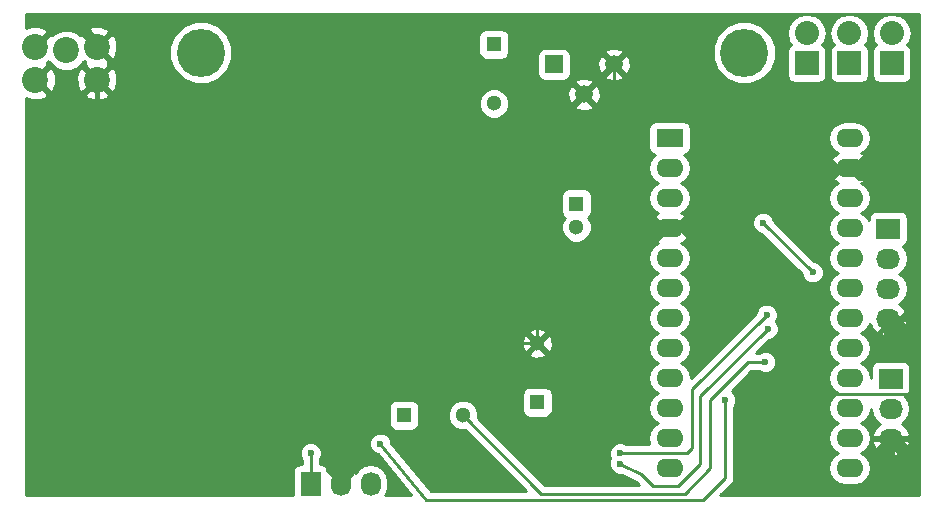
<source format=gbl>
G04 #@! TF.FileFunction,Copper,L2,Bot,Signal*
%FSLAX46Y46*%
G04 Gerber Fmt 4.6, Leading zero omitted, Abs format (unit mm)*
G04 Created by KiCad (PCBNEW 4.0.1-stable) date Söndag 13 Mars 2016 12:17:34*
%MOMM*%
G01*
G04 APERTURE LIST*
%ADD10C,0.100000*%
%ADD11C,4.064000*%
%ADD12R,1.300000X1.300000*%
%ADD13C,1.300000*%
%ADD14R,2.032000X2.032000*%
%ADD15O,2.032000X2.032000*%
%ADD16C,2.200000*%
%ADD17R,1.727200X2.032000*%
%ADD18O,1.727200X2.032000*%
%ADD19C,1.510000*%
%ADD20R,1.510000X1.510000*%
%ADD21R,2.286000X1.574800*%
%ADD22O,2.286000X1.574800*%
%ADD23R,2.032000X1.727200*%
%ADD24O,2.032000X1.727200*%
%ADD25C,0.600000*%
%ADD26C,0.250000*%
%ADD27C,0.400000*%
%ADD28C,0.254000*%
G04 APERTURE END LIST*
D10*
D11*
X108900000Y-97600000D03*
D12*
X126100000Y-128300000D03*
D13*
X131100000Y-128300000D03*
D12*
X140700000Y-110400000D03*
D13*
X140700000Y-112400000D03*
D12*
X137400000Y-127200000D03*
D13*
X137400000Y-122200000D03*
D14*
X160200000Y-98500000D03*
D15*
X160200000Y-95960000D03*
D14*
X163800000Y-98500000D03*
D15*
X163800000Y-95960000D03*
D14*
X167400000Y-98500000D03*
D15*
X167400000Y-95960000D03*
D16*
X97500000Y-97400000D03*
X94900000Y-99900000D03*
X100100000Y-99900000D03*
X100100000Y-97100000D03*
X94900000Y-97100000D03*
D17*
X118200000Y-134100000D03*
D18*
X120740000Y-134100000D03*
X123280000Y-134100000D03*
D19*
X143880000Y-98600000D03*
D20*
X138800000Y-98600000D03*
D19*
X141340000Y-101140000D03*
D21*
X148590000Y-104830000D03*
D22*
X148590000Y-107370000D03*
X148590000Y-109910000D03*
X148590000Y-112450000D03*
X148590000Y-114990000D03*
X148590000Y-117530000D03*
X148590000Y-120070000D03*
X148590000Y-122610000D03*
X148590000Y-125150000D03*
X148590000Y-127690000D03*
X148590000Y-130230000D03*
X148590000Y-132770000D03*
X163830000Y-132770000D03*
X163830000Y-130230000D03*
X163830000Y-127690000D03*
X163830000Y-125150000D03*
X163830000Y-122610000D03*
X163830000Y-120070000D03*
X163830000Y-117530000D03*
X163830000Y-114990000D03*
X163830000Y-112450000D03*
X163830000Y-109910000D03*
X163830000Y-107370000D03*
X163830000Y-104830000D03*
D12*
X133700000Y-96900000D03*
D13*
X133700000Y-101900000D03*
D23*
X167300000Y-125200000D03*
D24*
X167300000Y-127740000D03*
X167300000Y-130280000D03*
D23*
X167100000Y-112500000D03*
D24*
X167100000Y-115040000D03*
X167100000Y-117580000D03*
X167100000Y-120120000D03*
D11*
X154900000Y-97600000D03*
D25*
X156700000Y-123800000D03*
X160200000Y-110100000D03*
X102000000Y-116200000D03*
X99500000Y-114700000D03*
X97000000Y-116200000D03*
X99500000Y-110100000D03*
X97000000Y-111600000D03*
X102000000Y-111600000D03*
X99500000Y-113100000D03*
X99500000Y-117700000D03*
X103400000Y-127100000D03*
X110200000Y-130200000D03*
X117900000Y-126800000D03*
X122200000Y-128500000D03*
X144600000Y-117900000D03*
X161000000Y-126600000D03*
X156900000Y-108600000D03*
X118200000Y-131500000D03*
X144400000Y-131500000D03*
X156800000Y-119800000D03*
X160700000Y-116200000D03*
X156500000Y-112000000D03*
X124100000Y-130700000D03*
X153300000Y-127000000D03*
X156900000Y-121000000D03*
X144400000Y-132400000D03*
D26*
X152000000Y-128500000D02*
X152000000Y-127000000D01*
X152000000Y-128500000D02*
X152000000Y-132800000D01*
X152000000Y-132800000D02*
X149900000Y-134958011D01*
X149900000Y-134958011D02*
X137700000Y-134958011D01*
X131100000Y-128300000D02*
X137700000Y-134958011D01*
X155200000Y-123800000D02*
X156700000Y-123800000D01*
X152000000Y-127000000D02*
X155200000Y-123800000D01*
D27*
X167300000Y-130280000D02*
X167480000Y-130280000D01*
X167480000Y-130280000D02*
X168400000Y-131200000D01*
X167300000Y-130280000D02*
X167880000Y-130280000D01*
X167880000Y-130280000D02*
X168700000Y-131100000D01*
X167300000Y-130280000D02*
X167300000Y-131200000D01*
X167300000Y-131200000D02*
X167000000Y-131500000D01*
X167300000Y-130280000D02*
X167300000Y-130700000D01*
X167300000Y-130700000D02*
X167900000Y-131300000D01*
X167300000Y-130700000D02*
X167900000Y-131300000D01*
X167300000Y-130280000D02*
X167300000Y-130400000D01*
X167300000Y-130400000D02*
X168300000Y-131400000D01*
X167300000Y-130280000D02*
X167300000Y-131300000D01*
X167300000Y-131300000D02*
X167400000Y-131400000D01*
X167300000Y-130280000D02*
X167300000Y-130500000D01*
X167300000Y-130500000D02*
X166500000Y-131300000D01*
X167300000Y-130280000D02*
X167120000Y-130280000D01*
X167120000Y-130280000D02*
X166200000Y-131200000D01*
X167300000Y-130280000D02*
X167300000Y-130800000D01*
X167300000Y-130800000D02*
X166700000Y-131400000D01*
X167100000Y-120120000D02*
X167100000Y-120800000D01*
X167100000Y-120800000D02*
X168100000Y-121800000D01*
X167100000Y-121000000D02*
X167100000Y-121100000D01*
X167100000Y-121100000D02*
X167700000Y-121700000D01*
X167100000Y-120120000D02*
X167100000Y-121000000D01*
X166900000Y-121400000D02*
X167100000Y-121400000D01*
X166900000Y-121200000D02*
X166900000Y-121400000D01*
X166800000Y-121100000D02*
X166900000Y-121200000D01*
X167000000Y-121100000D02*
X166800000Y-121100000D01*
X167100000Y-121000000D02*
X167000000Y-121100000D01*
X167100000Y-121400000D02*
X167100000Y-121500000D01*
X167100000Y-121500000D02*
X166800000Y-121800000D01*
X167100000Y-120120000D02*
X167420000Y-120120000D01*
X167420000Y-120120000D02*
X168300000Y-121000000D01*
X167100000Y-120120000D02*
X167820000Y-120120000D01*
X167820000Y-120120000D02*
X168700000Y-121000000D01*
X167100000Y-120120000D02*
X167100000Y-120500000D01*
X167100000Y-120500000D02*
X168100000Y-121500000D01*
X167100000Y-120500000D02*
X166200000Y-121400000D01*
X163830000Y-107370000D02*
X164130000Y-107370000D01*
X164130000Y-107370000D02*
X165200000Y-106300000D01*
X163830000Y-107370000D02*
X165270000Y-107370000D01*
X165270000Y-107370000D02*
X165500000Y-107600000D01*
X163830000Y-107370000D02*
X165030000Y-107370000D01*
X165030000Y-107370000D02*
X165500000Y-106900000D01*
X163830000Y-107370000D02*
X164530000Y-107370000D01*
X164530000Y-107370000D02*
X165300000Y-106600000D01*
X163830000Y-107370000D02*
X164270000Y-107370000D01*
X164270000Y-107370000D02*
X165100000Y-108200000D01*
X165100000Y-108200000D02*
X165100000Y-108100000D01*
X165100000Y-108100000D02*
X165100000Y-108200000D01*
X163830000Y-107370000D02*
X164770000Y-107370000D01*
X164770000Y-107370000D02*
X165300000Y-107900000D01*
X163830000Y-107370000D02*
X164660000Y-108200000D01*
X164660000Y-108200000D02*
X165100000Y-108200000D01*
X165100000Y-108200000D02*
X165600000Y-108200000D01*
X163830000Y-107370000D02*
X162630000Y-107370000D01*
X162630000Y-107370000D02*
X162200000Y-107800000D01*
X163830000Y-107370000D02*
X162370000Y-107370000D01*
X162370000Y-107370000D02*
X162100000Y-107100000D01*
X163830000Y-107370000D02*
X162330000Y-107370000D01*
X162330000Y-107370000D02*
X162200000Y-107500000D01*
X163830000Y-107370000D02*
X163130000Y-107370000D01*
X163130000Y-107370000D02*
X162300000Y-108200000D01*
X163830000Y-107370000D02*
X162870000Y-107370000D01*
X162870000Y-107370000D02*
X162100000Y-106600000D01*
X148590000Y-112450000D02*
X148150000Y-112450000D01*
X148150000Y-112450000D02*
X147300000Y-111600000D01*
X148150000Y-112450000D02*
X147300000Y-111600000D01*
X147300000Y-111600000D02*
X146900000Y-111200000D01*
X148590000Y-112450000D02*
X147650000Y-112450000D01*
X147650000Y-112450000D02*
X147000000Y-111800000D01*
X147650000Y-112450000D02*
X146800000Y-113300000D01*
X148590000Y-112450000D02*
X148350000Y-112450000D01*
X148350000Y-112450000D02*
X147400000Y-113400000D01*
X148590000Y-112450000D02*
X148050000Y-112450000D01*
X148050000Y-112450000D02*
X146900000Y-113600000D01*
X148590000Y-112450000D02*
X147250000Y-112450000D01*
X147250000Y-112450000D02*
X146600000Y-111800000D01*
X150100000Y-112000000D02*
X149040000Y-112000000D01*
X149040000Y-112000000D02*
X148590000Y-112450000D01*
X148590000Y-112450000D02*
X149650000Y-112450000D01*
X149650000Y-112450000D02*
X150100000Y-112000000D01*
X149650000Y-112450000D02*
X150100000Y-112000000D01*
X148590000Y-112450000D02*
X149950000Y-112450000D01*
X149950000Y-112450000D02*
X150300000Y-112800000D01*
X148590000Y-112450000D02*
X149450000Y-112450000D01*
X149450000Y-112450000D02*
X150500000Y-113500000D01*
X148590000Y-112450000D02*
X149050000Y-112450000D01*
X149050000Y-112450000D02*
X150000000Y-111500000D01*
X120740000Y-134100000D02*
X120740000Y-133940000D01*
X120740000Y-133940000D02*
X119700000Y-132900000D01*
X120950000Y-133050000D02*
X120900000Y-133000000D01*
X120900000Y-133000000D02*
X120900000Y-132400000D01*
X120900000Y-132400000D02*
X121600000Y-133100000D01*
X121600000Y-133100000D02*
X121600000Y-133240000D01*
X121600000Y-133240000D02*
X120740000Y-134100000D01*
X120500000Y-132800000D02*
X120500000Y-132500000D01*
X120500000Y-132500000D02*
X120240000Y-132240000D01*
X121000000Y-132400000D02*
X120900000Y-132400000D01*
X120900000Y-132400000D02*
X120500000Y-132800000D01*
X120500000Y-132800000D02*
X120400000Y-132900000D01*
X121600000Y-132800000D02*
X121400000Y-132800000D01*
X121400000Y-132800000D02*
X121000000Y-132400000D01*
X121000000Y-132400000D02*
X120740000Y-132140000D01*
X120740000Y-134100000D02*
X120740000Y-133660000D01*
X120740000Y-133660000D02*
X121600000Y-132800000D01*
X121600000Y-132800000D02*
X121600000Y-133000000D01*
X121500000Y-132500000D02*
X120950000Y-133050000D01*
X120950000Y-133050000D02*
X120740000Y-133260000D01*
X120740000Y-133260000D02*
X120740000Y-133160000D01*
X120740000Y-133160000D02*
X120900000Y-133000000D01*
X120900000Y-133000000D02*
X120740000Y-133000000D01*
X120240000Y-132240000D02*
X120240000Y-132740000D01*
X120240000Y-132740000D02*
X120400000Y-132900000D01*
X120400000Y-132900000D02*
X120740000Y-133240000D01*
X120740000Y-133240000D02*
X120740000Y-134100000D01*
X119700000Y-132600000D02*
X119880000Y-132600000D01*
X119880000Y-132600000D02*
X120240000Y-132240000D01*
X120740000Y-133640000D02*
X119700000Y-132600000D01*
X120240000Y-132240000D02*
X120740000Y-131740000D01*
X120740000Y-134100000D02*
X120740000Y-133640000D01*
X122100000Y-132500000D02*
X121500000Y-132500000D01*
X121500000Y-132500000D02*
X120740000Y-131740000D01*
X120740000Y-133860000D02*
X121600000Y-133000000D01*
X121600000Y-133000000D02*
X122100000Y-132500000D01*
X120740000Y-134100000D02*
X120740000Y-133860000D01*
X120740000Y-134100000D02*
X120740000Y-133000000D01*
X120740000Y-133000000D02*
X120740000Y-132140000D01*
X120740000Y-132140000D02*
X120740000Y-131740000D01*
X120740000Y-131740000D02*
X120740000Y-129640000D01*
D26*
X137400000Y-122200000D02*
X137400000Y-117100000D01*
X138900000Y-115600000D02*
X145440000Y-115600000D01*
X137400000Y-117100000D02*
X138900000Y-115600000D01*
X160200000Y-110100000D02*
X162030000Y-107370000D01*
X162030000Y-107370000D02*
X163830000Y-107370000D01*
X122200000Y-128500000D02*
X122200000Y-128200000D01*
X128200000Y-122200000D02*
X137400000Y-122200000D01*
X122200000Y-128200000D02*
X128200000Y-122200000D01*
D27*
X100100000Y-97100000D02*
X100100000Y-96500000D01*
X100100000Y-96500000D02*
X98800000Y-95200000D01*
X96800000Y-95200000D02*
X94900000Y-97100000D01*
X98800000Y-95200000D02*
X96800000Y-95200000D01*
X100100000Y-99900000D02*
X100100000Y-109500000D01*
X100100000Y-109500000D02*
X99500000Y-110100000D01*
X102000000Y-116200000D02*
X101900000Y-116200000D01*
X97000000Y-116200000D02*
X98600000Y-114500000D01*
X98600000Y-114500000D02*
X99500000Y-114500000D01*
X98600000Y-110100000D02*
X99500000Y-110100000D01*
X97000000Y-111600000D02*
X98600000Y-110100000D01*
X102000000Y-111600000D02*
X99500000Y-114100000D01*
X99500000Y-113100000D02*
X99500000Y-113200000D01*
X99500000Y-113200000D02*
X99600000Y-113200000D01*
X99600000Y-113200000D02*
X99500000Y-113200000D01*
X99500000Y-114100000D02*
X99500000Y-114500000D01*
X99500000Y-113200000D02*
X99500000Y-114100000D01*
X100800000Y-116200000D02*
X101900000Y-116200000D01*
X99500000Y-117700000D02*
X100800000Y-116200000D01*
X102000000Y-116800000D02*
X102000000Y-117000000D01*
X101900000Y-116900000D02*
X102000000Y-116800000D01*
X101900000Y-116200000D02*
X101900000Y-116900000D01*
X103400000Y-118400000D02*
X103400000Y-127100000D01*
X102000000Y-117000000D02*
X103400000Y-118400000D01*
D26*
X106500000Y-130200000D02*
X110200000Y-130200000D01*
X103400000Y-127100000D02*
X106500000Y-130200000D01*
X113600000Y-126800000D02*
X117900000Y-126800000D01*
X110200000Y-130200000D02*
X113600000Y-126800000D01*
X120740000Y-129640000D02*
X120740000Y-130260000D01*
X117900000Y-126800000D02*
X120740000Y-129640000D01*
X120740000Y-130260000D02*
X120740000Y-134100000D01*
X122200000Y-128500000D02*
X120740000Y-130260000D01*
X144600000Y-117900000D02*
X145440000Y-117060000D01*
X145440000Y-117060000D02*
X145440000Y-115600000D01*
X148590000Y-112450000D02*
X147050000Y-112450000D01*
X143880000Y-109280000D02*
X143880000Y-98600000D01*
X147050000Y-112450000D02*
X143880000Y-109280000D01*
X145440000Y-115600000D02*
X148590000Y-112450000D01*
X161000000Y-126600000D02*
X161100000Y-126500000D01*
X161100000Y-126500000D02*
X169500000Y-126500000D01*
X167100000Y-120120000D02*
X167980000Y-120120000D01*
X167980000Y-120120000D02*
X169500000Y-118600000D01*
X167770000Y-107370000D02*
X163830000Y-107370000D01*
X169500000Y-109100000D02*
X167770000Y-107370000D01*
X169500000Y-118600000D02*
X169500000Y-109100000D01*
X167300000Y-130280000D02*
X168820000Y-130280000D01*
X169500000Y-122520000D02*
X167100000Y-120120000D01*
X169500000Y-129600000D02*
X169500000Y-126500000D01*
X169500000Y-126500000D02*
X169500000Y-122520000D01*
X168820000Y-130280000D02*
X169500000Y-129600000D01*
X153050000Y-112450000D02*
X148590000Y-112450000D01*
X156900000Y-108600000D02*
X153050000Y-112450000D01*
X118200000Y-134100000D02*
X118200000Y-131500000D01*
X149700000Y-131500000D02*
X150100000Y-131500000D01*
X150100000Y-131500000D02*
X150500000Y-131100000D01*
X150500000Y-126100000D02*
X150500000Y-131100000D01*
X149700000Y-131500000D02*
X144500000Y-131500000D01*
X144500000Y-131500000D02*
X144400000Y-131500000D01*
X150500000Y-126300000D02*
X150500000Y-126100000D01*
X150500000Y-126100000D02*
X156800000Y-119800000D01*
X160700000Y-116200000D02*
X156500000Y-112000000D01*
X128000000Y-135500000D02*
X124100000Y-130700000D01*
X151400000Y-135500000D02*
X128000000Y-135500000D01*
X153300000Y-133600000D02*
X151400000Y-135500000D01*
X153300000Y-127000000D02*
X153300000Y-133600000D01*
X156900000Y-121000000D02*
X151200000Y-126700000D01*
X151200000Y-126700000D02*
X151200000Y-132400000D01*
X151200000Y-132400000D02*
X149300000Y-134300000D01*
X149300000Y-134300000D02*
X147200000Y-134300000D01*
X147200000Y-134300000D02*
X146200000Y-133300000D01*
X146200000Y-133300000D02*
X144400000Y-132400000D01*
D28*
G36*
X159535845Y-94434675D02*
X159000222Y-94792567D01*
X158642330Y-95328190D01*
X158516655Y-95960000D01*
X158642330Y-96591810D01*
X158869499Y-96931792D01*
X158732559Y-97019910D01*
X158587569Y-97232110D01*
X158536560Y-97484000D01*
X158536560Y-99516000D01*
X158580838Y-99751317D01*
X158719910Y-99967441D01*
X158932110Y-100112431D01*
X159184000Y-100163440D01*
X161216000Y-100163440D01*
X161451317Y-100119162D01*
X161667441Y-99980090D01*
X161812431Y-99767890D01*
X161863440Y-99516000D01*
X161863440Y-97484000D01*
X161819162Y-97248683D01*
X161680090Y-97032559D01*
X161531163Y-96930802D01*
X161757670Y-96591810D01*
X161883345Y-95960000D01*
X161757670Y-95328190D01*
X161399778Y-94792567D01*
X160864155Y-94434675D01*
X160237372Y-94310000D01*
X163762628Y-94310000D01*
X163135845Y-94434675D01*
X162600222Y-94792567D01*
X162242330Y-95328190D01*
X162116655Y-95960000D01*
X162242330Y-96591810D01*
X162469499Y-96931792D01*
X162332559Y-97019910D01*
X162187569Y-97232110D01*
X162136560Y-97484000D01*
X162136560Y-99516000D01*
X162180838Y-99751317D01*
X162319910Y-99967441D01*
X162532110Y-100112431D01*
X162784000Y-100163440D01*
X164816000Y-100163440D01*
X165051317Y-100119162D01*
X165267441Y-99980090D01*
X165412431Y-99767890D01*
X165463440Y-99516000D01*
X165463440Y-97484000D01*
X165419162Y-97248683D01*
X165280090Y-97032559D01*
X165131163Y-96930802D01*
X165357670Y-96591810D01*
X165483345Y-95960000D01*
X165357670Y-95328190D01*
X164999778Y-94792567D01*
X164464155Y-94434675D01*
X163837372Y-94310000D01*
X167362628Y-94310000D01*
X166735845Y-94434675D01*
X166200222Y-94792567D01*
X165842330Y-95328190D01*
X165716655Y-95960000D01*
X165842330Y-96591810D01*
X166069499Y-96931792D01*
X165932559Y-97019910D01*
X165787569Y-97232110D01*
X165736560Y-97484000D01*
X165736560Y-99516000D01*
X165780838Y-99751317D01*
X165919910Y-99967441D01*
X166132110Y-100112431D01*
X166384000Y-100163440D01*
X168416000Y-100163440D01*
X168651317Y-100119162D01*
X168867441Y-99980090D01*
X169012431Y-99767890D01*
X169063440Y-99516000D01*
X169063440Y-97484000D01*
X169019162Y-97248683D01*
X168880090Y-97032559D01*
X168731163Y-96930802D01*
X168957670Y-96591810D01*
X169083345Y-95960000D01*
X168957670Y-95328190D01*
X168599778Y-94792567D01*
X168064155Y-94434675D01*
X167437372Y-94310000D01*
X169690000Y-94310000D01*
X169690000Y-135090000D01*
X152884802Y-135090000D01*
X153837401Y-134137401D01*
X154002148Y-133890839D01*
X154060000Y-133600000D01*
X154060000Y-127562463D01*
X154092192Y-127530327D01*
X154234838Y-127186799D01*
X154235162Y-126814833D01*
X154093117Y-126471057D01*
X153848645Y-126226157D01*
X155514802Y-124560000D01*
X156137537Y-124560000D01*
X156169673Y-124592192D01*
X156513201Y-124734838D01*
X156885167Y-124735162D01*
X157228943Y-124593117D01*
X157492192Y-124330327D01*
X157634838Y-123986799D01*
X157635162Y-123614833D01*
X157493117Y-123271057D01*
X157230327Y-123007808D01*
X156886799Y-122865162D01*
X156514833Y-122864838D01*
X156171057Y-123006883D01*
X156137882Y-123040000D01*
X155934802Y-123040000D01*
X157039680Y-121935122D01*
X157085167Y-121935162D01*
X157428943Y-121793117D01*
X157692192Y-121530327D01*
X157834838Y-121186799D01*
X157835162Y-120814833D01*
X157693117Y-120471057D01*
X157572378Y-120350107D01*
X157592192Y-120330327D01*
X157734838Y-119986799D01*
X157735162Y-119614833D01*
X157593117Y-119271057D01*
X157330327Y-119007808D01*
X156986799Y-118865162D01*
X156614833Y-118864838D01*
X156271057Y-119006883D01*
X156007808Y-119269673D01*
X155865162Y-119613201D01*
X155865121Y-119660077D01*
X150398248Y-125126950D01*
X150294559Y-124605671D01*
X149986222Y-124144211D01*
X149590801Y-123880000D01*
X149986222Y-123615789D01*
X150294559Y-123154329D01*
X150402833Y-122610000D01*
X150294559Y-122065671D01*
X149986222Y-121604211D01*
X149590801Y-121340000D01*
X149986222Y-121075789D01*
X150294559Y-120614329D01*
X150402833Y-120070000D01*
X150294559Y-119525671D01*
X149986222Y-119064211D01*
X149590801Y-118800000D01*
X149986222Y-118535789D01*
X150294559Y-118074329D01*
X150402833Y-117530000D01*
X150294559Y-116985671D01*
X149986222Y-116524211D01*
X149590801Y-116260000D01*
X149986222Y-115995789D01*
X150294559Y-115534329D01*
X150402833Y-114990000D01*
X150294559Y-114445671D01*
X149986222Y-113984211D01*
X149591170Y-113720246D01*
X149607262Y-113715525D01*
X150041191Y-113365986D01*
X150308327Y-112876996D01*
X150325010Y-112797060D01*
X150202852Y-112577000D01*
X148717000Y-112577000D01*
X148717000Y-112597000D01*
X148463000Y-112597000D01*
X148463000Y-112577000D01*
X146977148Y-112577000D01*
X146854990Y-112797060D01*
X146871673Y-112876996D01*
X147138809Y-113365986D01*
X147572738Y-113715525D01*
X147588830Y-113720246D01*
X147193778Y-113984211D01*
X146885441Y-114445671D01*
X146777167Y-114990000D01*
X146885441Y-115534329D01*
X147193778Y-115995789D01*
X147589199Y-116260000D01*
X147193778Y-116524211D01*
X146885441Y-116985671D01*
X146777167Y-117530000D01*
X146885441Y-118074329D01*
X147193778Y-118535789D01*
X147589199Y-118800000D01*
X147193778Y-119064211D01*
X146885441Y-119525671D01*
X146777167Y-120070000D01*
X146885441Y-120614329D01*
X147193778Y-121075789D01*
X147589199Y-121340000D01*
X147193778Y-121604211D01*
X146885441Y-122065671D01*
X146777167Y-122610000D01*
X146885441Y-123154329D01*
X147193778Y-123615789D01*
X147589199Y-123880000D01*
X147193778Y-124144211D01*
X146885441Y-124605671D01*
X146777167Y-125150000D01*
X146885441Y-125694329D01*
X147193778Y-126155789D01*
X147589199Y-126420000D01*
X147193778Y-126684211D01*
X146885441Y-127145671D01*
X146777167Y-127690000D01*
X146885441Y-128234329D01*
X147193778Y-128695789D01*
X147589199Y-128960000D01*
X147193778Y-129224211D01*
X146885441Y-129685671D01*
X146777167Y-130230000D01*
X146878613Y-130740000D01*
X144962463Y-130740000D01*
X144930327Y-130707808D01*
X144586799Y-130565162D01*
X144214833Y-130564838D01*
X143871057Y-130706883D01*
X143607808Y-130969673D01*
X143465162Y-131313201D01*
X143464838Y-131685167D01*
X143574359Y-131950228D01*
X143465162Y-132213201D01*
X143464838Y-132585167D01*
X143606883Y-132928943D01*
X143869673Y-133192192D01*
X144213201Y-133334838D01*
X144570887Y-133335150D01*
X145749808Y-133924610D01*
X146023209Y-134198011D01*
X138016752Y-134198011D01*
X132384812Y-128516569D01*
X132385223Y-128045519D01*
X132190005Y-127573057D01*
X131828845Y-127211265D01*
X131356724Y-127015223D01*
X130845519Y-127014777D01*
X130373057Y-127209995D01*
X130011265Y-127571155D01*
X129815223Y-128043276D01*
X129814777Y-128554481D01*
X130009995Y-129026943D01*
X130371155Y-129388735D01*
X130843276Y-129584777D01*
X131303851Y-129585179D01*
X136413758Y-134740000D01*
X128361737Y-134740000D01*
X125035048Y-130645613D01*
X125035162Y-130514833D01*
X124893117Y-130171057D01*
X124630327Y-129907808D01*
X124286799Y-129765162D01*
X123914833Y-129764838D01*
X123571057Y-129906883D01*
X123307808Y-130169673D01*
X123165162Y-130513201D01*
X123164838Y-130885167D01*
X123306883Y-131228943D01*
X123569673Y-131492192D01*
X123863576Y-131614232D01*
X126687637Y-135090000D01*
X124509665Y-135090000D01*
X124664526Y-134858234D01*
X124778600Y-134284745D01*
X124778600Y-133915255D01*
X124664526Y-133341766D01*
X124339670Y-132855585D01*
X123853489Y-132530729D01*
X123280000Y-132416655D01*
X122706511Y-132530729D01*
X122220330Y-132855585D01*
X122013539Y-133165069D01*
X121642036Y-132749268D01*
X121114791Y-132495291D01*
X121099026Y-132492642D01*
X120867000Y-132613783D01*
X120867000Y-133973000D01*
X120887000Y-133973000D01*
X120887000Y-134227000D01*
X120867000Y-134227000D01*
X120867000Y-134247000D01*
X120613000Y-134247000D01*
X120613000Y-134227000D01*
X120593000Y-134227000D01*
X120593000Y-133973000D01*
X120613000Y-133973000D01*
X120613000Y-132613783D01*
X120380974Y-132492642D01*
X120365209Y-132495291D01*
X119837964Y-132749268D01*
X119681093Y-132924845D01*
X119666762Y-132848683D01*
X119527690Y-132632559D01*
X119315490Y-132487569D01*
X119063600Y-132436560D01*
X118960000Y-132436560D01*
X118960000Y-132062463D01*
X118992192Y-132030327D01*
X119134838Y-131686799D01*
X119135162Y-131314833D01*
X118993117Y-130971057D01*
X118730327Y-130707808D01*
X118386799Y-130565162D01*
X118014833Y-130564838D01*
X117671057Y-130706883D01*
X117407808Y-130969673D01*
X117265162Y-131313201D01*
X117264838Y-131685167D01*
X117406883Y-132028943D01*
X117440000Y-132062118D01*
X117440000Y-132436560D01*
X117336400Y-132436560D01*
X117101083Y-132480838D01*
X116884959Y-132619910D01*
X116739969Y-132832110D01*
X116688960Y-133084000D01*
X116688960Y-135090000D01*
X94110000Y-135090000D01*
X94110000Y-127650000D01*
X124802560Y-127650000D01*
X124802560Y-128950000D01*
X124846838Y-129185317D01*
X124985910Y-129401441D01*
X125198110Y-129546431D01*
X125450000Y-129597440D01*
X126750000Y-129597440D01*
X126985317Y-129553162D01*
X127201441Y-129414090D01*
X127346431Y-129201890D01*
X127397440Y-128950000D01*
X127397440Y-127650000D01*
X127353162Y-127414683D01*
X127214090Y-127198559D01*
X127001890Y-127053569D01*
X126750000Y-127002560D01*
X125450000Y-127002560D01*
X125214683Y-127046838D01*
X124998559Y-127185910D01*
X124853569Y-127398110D01*
X124802560Y-127650000D01*
X94110000Y-127650000D01*
X94110000Y-126550000D01*
X136102560Y-126550000D01*
X136102560Y-127850000D01*
X136146838Y-128085317D01*
X136285910Y-128301441D01*
X136498110Y-128446431D01*
X136750000Y-128497440D01*
X138050000Y-128497440D01*
X138285317Y-128453162D01*
X138501441Y-128314090D01*
X138646431Y-128101890D01*
X138697440Y-127850000D01*
X138697440Y-126550000D01*
X138653162Y-126314683D01*
X138514090Y-126098559D01*
X138301890Y-125953569D01*
X138050000Y-125902560D01*
X136750000Y-125902560D01*
X136514683Y-125946838D01*
X136298559Y-126085910D01*
X136153569Y-126298110D01*
X136102560Y-126550000D01*
X94110000Y-126550000D01*
X94110000Y-123099016D01*
X136680590Y-123099016D01*
X136736271Y-123329611D01*
X137219078Y-123497622D01*
X137729428Y-123468083D01*
X138063729Y-123329611D01*
X138119410Y-123099016D01*
X137400000Y-122379605D01*
X136680590Y-123099016D01*
X94110000Y-123099016D01*
X94110000Y-122019078D01*
X136102378Y-122019078D01*
X136131917Y-122529428D01*
X136270389Y-122863729D01*
X136500984Y-122919410D01*
X137220395Y-122200000D01*
X137579605Y-122200000D01*
X138299016Y-122919410D01*
X138529611Y-122863729D01*
X138697622Y-122380922D01*
X138668083Y-121870572D01*
X138529611Y-121536271D01*
X138299016Y-121480590D01*
X137579605Y-122200000D01*
X137220395Y-122200000D01*
X136500984Y-121480590D01*
X136270389Y-121536271D01*
X136102378Y-122019078D01*
X94110000Y-122019078D01*
X94110000Y-121300984D01*
X136680590Y-121300984D01*
X137400000Y-122020395D01*
X138119410Y-121300984D01*
X138063729Y-121070389D01*
X137580922Y-120902378D01*
X137070572Y-120931917D01*
X136736271Y-121070389D01*
X136680590Y-121300984D01*
X94110000Y-121300984D01*
X94110000Y-109750000D01*
X139402560Y-109750000D01*
X139402560Y-111050000D01*
X139446838Y-111285317D01*
X139585910Y-111501441D01*
X139701891Y-111580687D01*
X139611265Y-111671155D01*
X139415223Y-112143276D01*
X139414777Y-112654481D01*
X139609995Y-113126943D01*
X139971155Y-113488735D01*
X140443276Y-113684777D01*
X140954481Y-113685223D01*
X141426943Y-113490005D01*
X141788735Y-113128845D01*
X141984777Y-112656724D01*
X141985223Y-112145519D01*
X141790005Y-111673057D01*
X141697855Y-111580746D01*
X141801441Y-111514090D01*
X141946431Y-111301890D01*
X141997440Y-111050000D01*
X141997440Y-109750000D01*
X141953162Y-109514683D01*
X141814090Y-109298559D01*
X141601890Y-109153569D01*
X141350000Y-109102560D01*
X140050000Y-109102560D01*
X139814683Y-109146838D01*
X139598559Y-109285910D01*
X139453569Y-109498110D01*
X139402560Y-109750000D01*
X94110000Y-109750000D01*
X94110000Y-107370000D01*
X146777167Y-107370000D01*
X146885441Y-107914329D01*
X147193778Y-108375789D01*
X147589199Y-108640000D01*
X147193778Y-108904211D01*
X146885441Y-109365671D01*
X146777167Y-109910000D01*
X146885441Y-110454329D01*
X147193778Y-110915789D01*
X147588830Y-111179754D01*
X147572738Y-111184475D01*
X147138809Y-111534014D01*
X146871673Y-112023004D01*
X146854990Y-112102940D01*
X146977148Y-112323000D01*
X148463000Y-112323000D01*
X148463000Y-112303000D01*
X148717000Y-112303000D01*
X148717000Y-112323000D01*
X150202852Y-112323000D01*
X150279364Y-112185167D01*
X155564838Y-112185167D01*
X155706883Y-112528943D01*
X155969673Y-112792192D01*
X156313201Y-112934838D01*
X156360077Y-112934879D01*
X159764878Y-116339680D01*
X159764838Y-116385167D01*
X159906883Y-116728943D01*
X160169673Y-116992192D01*
X160513201Y-117134838D01*
X160885167Y-117135162D01*
X161228943Y-116993117D01*
X161492192Y-116730327D01*
X161634838Y-116386799D01*
X161635162Y-116014833D01*
X161493117Y-115671057D01*
X161230327Y-115407808D01*
X160886799Y-115265162D01*
X160839923Y-115265121D01*
X157435122Y-111860320D01*
X157435162Y-111814833D01*
X157293117Y-111471057D01*
X157030327Y-111207808D01*
X156686799Y-111065162D01*
X156314833Y-111064838D01*
X155971057Y-111206883D01*
X155707808Y-111469673D01*
X155565162Y-111813201D01*
X155564838Y-112185167D01*
X150279364Y-112185167D01*
X150325010Y-112102940D01*
X150308327Y-112023004D01*
X150041191Y-111534014D01*
X149607262Y-111184475D01*
X149591170Y-111179754D01*
X149986222Y-110915789D01*
X150294559Y-110454329D01*
X150402833Y-109910000D01*
X162017167Y-109910000D01*
X162125441Y-110454329D01*
X162433778Y-110915789D01*
X162829199Y-111180000D01*
X162433778Y-111444211D01*
X162125441Y-111905671D01*
X162017167Y-112450000D01*
X162125441Y-112994329D01*
X162433778Y-113455789D01*
X162829199Y-113720000D01*
X162433778Y-113984211D01*
X162125441Y-114445671D01*
X162017167Y-114990000D01*
X162125441Y-115534329D01*
X162433778Y-115995789D01*
X162829199Y-116260000D01*
X162433778Y-116524211D01*
X162125441Y-116985671D01*
X162017167Y-117530000D01*
X162125441Y-118074329D01*
X162433778Y-118535789D01*
X162829199Y-118800000D01*
X162433778Y-119064211D01*
X162125441Y-119525671D01*
X162017167Y-120070000D01*
X162125441Y-120614329D01*
X162433778Y-121075789D01*
X162829199Y-121340000D01*
X162433778Y-121604211D01*
X162125441Y-122065671D01*
X162017167Y-122610000D01*
X162125441Y-123154329D01*
X162433778Y-123615789D01*
X162829199Y-123880000D01*
X162433778Y-124144211D01*
X162125441Y-124605671D01*
X162017167Y-125150000D01*
X162125441Y-125694329D01*
X162433778Y-126155789D01*
X162829199Y-126420000D01*
X162433778Y-126684211D01*
X162125441Y-127145671D01*
X162017167Y-127690000D01*
X162125441Y-128234329D01*
X162433778Y-128695789D01*
X162829199Y-128960000D01*
X162433778Y-129224211D01*
X162125441Y-129685671D01*
X162017167Y-130230000D01*
X162125441Y-130774329D01*
X162433778Y-131235789D01*
X162829199Y-131500000D01*
X162433778Y-131764211D01*
X162125441Y-132225671D01*
X162017167Y-132770000D01*
X162125441Y-133314329D01*
X162433778Y-133775789D01*
X162895238Y-134084126D01*
X163439567Y-134192400D01*
X164220433Y-134192400D01*
X164764762Y-134084126D01*
X165226222Y-133775789D01*
X165534559Y-133314329D01*
X165642833Y-132770000D01*
X165534559Y-132225671D01*
X165226222Y-131764211D01*
X164830801Y-131500000D01*
X165226222Y-131235789D01*
X165534559Y-130774329D01*
X165561472Y-130639026D01*
X165692642Y-130639026D01*
X165695291Y-130654791D01*
X165949268Y-131182036D01*
X166385680Y-131571954D01*
X166938087Y-131765184D01*
X167173000Y-131620924D01*
X167173000Y-130407000D01*
X167427000Y-130407000D01*
X167427000Y-131620924D01*
X167661913Y-131765184D01*
X168214320Y-131571954D01*
X168650732Y-131182036D01*
X168904709Y-130654791D01*
X168907358Y-130639026D01*
X168786217Y-130407000D01*
X167427000Y-130407000D01*
X167173000Y-130407000D01*
X165813783Y-130407000D01*
X165692642Y-130639026D01*
X165561472Y-130639026D01*
X165642833Y-130230000D01*
X165534559Y-129685671D01*
X165226222Y-129224211D01*
X164830801Y-128960000D01*
X165226222Y-128695789D01*
X165534559Y-128234329D01*
X165624771Y-127780803D01*
X165730729Y-128313489D01*
X166055585Y-128799670D01*
X166365069Y-129006461D01*
X165949268Y-129377964D01*
X165695291Y-129905209D01*
X165692642Y-129920974D01*
X165813783Y-130153000D01*
X167173000Y-130153000D01*
X167173000Y-130133000D01*
X167427000Y-130133000D01*
X167427000Y-130153000D01*
X168786217Y-130153000D01*
X168907358Y-129920974D01*
X168904709Y-129905209D01*
X168650732Y-129377964D01*
X168234931Y-129006461D01*
X168544415Y-128799670D01*
X168869271Y-128313489D01*
X168983345Y-127740000D01*
X168869271Y-127166511D01*
X168544415Y-126680330D01*
X168530087Y-126670757D01*
X168551317Y-126666762D01*
X168767441Y-126527690D01*
X168912431Y-126315490D01*
X168963440Y-126063600D01*
X168963440Y-124336400D01*
X168919162Y-124101083D01*
X168780090Y-123884959D01*
X168567890Y-123739969D01*
X168316000Y-123688960D01*
X166284000Y-123688960D01*
X166048683Y-123733238D01*
X165832559Y-123872310D01*
X165687569Y-124084510D01*
X165636560Y-124336400D01*
X165636560Y-125118464D01*
X165534559Y-124605671D01*
X165226222Y-124144211D01*
X164830801Y-123880000D01*
X165226222Y-123615789D01*
X165534559Y-123154329D01*
X165642833Y-122610000D01*
X165534559Y-122065671D01*
X165226222Y-121604211D01*
X164830801Y-121340000D01*
X165226222Y-121075789D01*
X165534559Y-120614329D01*
X165539911Y-120587421D01*
X165749268Y-121022036D01*
X166185680Y-121411954D01*
X166738087Y-121605184D01*
X166973000Y-121460924D01*
X166973000Y-120247000D01*
X167227000Y-120247000D01*
X167227000Y-121460924D01*
X167461913Y-121605184D01*
X168014320Y-121411954D01*
X168450732Y-121022036D01*
X168704709Y-120494791D01*
X168707358Y-120479026D01*
X168586217Y-120247000D01*
X167227000Y-120247000D01*
X166973000Y-120247000D01*
X166953000Y-120247000D01*
X166953000Y-119993000D01*
X166973000Y-119993000D01*
X166973000Y-119973000D01*
X167227000Y-119973000D01*
X167227000Y-119993000D01*
X168586217Y-119993000D01*
X168707358Y-119760974D01*
X168704709Y-119745209D01*
X168450732Y-119217964D01*
X168034931Y-118846461D01*
X168344415Y-118639670D01*
X168669271Y-118153489D01*
X168783345Y-117580000D01*
X168669271Y-117006511D01*
X168344415Y-116520330D01*
X168029634Y-116310000D01*
X168344415Y-116099670D01*
X168669271Y-115613489D01*
X168783345Y-115040000D01*
X168669271Y-114466511D01*
X168344415Y-113980330D01*
X168330087Y-113970757D01*
X168351317Y-113966762D01*
X168567441Y-113827690D01*
X168712431Y-113615490D01*
X168763440Y-113363600D01*
X168763440Y-111636400D01*
X168719162Y-111401083D01*
X168580090Y-111184959D01*
X168367890Y-111039969D01*
X168116000Y-110988960D01*
X166084000Y-110988960D01*
X165848683Y-111033238D01*
X165632559Y-111172310D01*
X165487569Y-111384510D01*
X165436560Y-111636400D01*
X165436560Y-111759005D01*
X165226222Y-111444211D01*
X164830801Y-111180000D01*
X165226222Y-110915789D01*
X165534559Y-110454329D01*
X165642833Y-109910000D01*
X165534559Y-109365671D01*
X165226222Y-108904211D01*
X164831170Y-108640246D01*
X164847262Y-108635525D01*
X165281191Y-108285986D01*
X165548327Y-107796996D01*
X165565010Y-107717060D01*
X165442852Y-107497000D01*
X163957000Y-107497000D01*
X163957000Y-107517000D01*
X163703000Y-107517000D01*
X163703000Y-107497000D01*
X162217148Y-107497000D01*
X162094990Y-107717060D01*
X162111673Y-107796996D01*
X162378809Y-108285986D01*
X162812738Y-108635525D01*
X162828830Y-108640246D01*
X162433778Y-108904211D01*
X162125441Y-109365671D01*
X162017167Y-109910000D01*
X150402833Y-109910000D01*
X150294559Y-109365671D01*
X149986222Y-108904211D01*
X149590801Y-108640000D01*
X149986222Y-108375789D01*
X150294559Y-107914329D01*
X150402833Y-107370000D01*
X150294559Y-106825671D01*
X149986222Y-106364211D01*
X149814540Y-106249497D01*
X149968317Y-106220562D01*
X150184441Y-106081490D01*
X150329431Y-105869290D01*
X150380440Y-105617400D01*
X150380440Y-104830000D01*
X162017167Y-104830000D01*
X162125441Y-105374329D01*
X162433778Y-105835789D01*
X162828830Y-106099754D01*
X162812738Y-106104475D01*
X162378809Y-106454014D01*
X162111673Y-106943004D01*
X162094990Y-107022940D01*
X162217148Y-107243000D01*
X163703000Y-107243000D01*
X163703000Y-107223000D01*
X163957000Y-107223000D01*
X163957000Y-107243000D01*
X165442852Y-107243000D01*
X165565010Y-107022940D01*
X165548327Y-106943004D01*
X165281191Y-106454014D01*
X164847262Y-106104475D01*
X164831170Y-106099754D01*
X165226222Y-105835789D01*
X165534559Y-105374329D01*
X165642833Y-104830000D01*
X165534559Y-104285671D01*
X165226222Y-103824211D01*
X164764762Y-103515874D01*
X164220433Y-103407600D01*
X163439567Y-103407600D01*
X162895238Y-103515874D01*
X162433778Y-103824211D01*
X162125441Y-104285671D01*
X162017167Y-104830000D01*
X150380440Y-104830000D01*
X150380440Y-104042600D01*
X150336162Y-103807283D01*
X150197090Y-103591159D01*
X149984890Y-103446169D01*
X149733000Y-103395160D01*
X147447000Y-103395160D01*
X147211683Y-103439438D01*
X146995559Y-103578510D01*
X146850569Y-103790710D01*
X146799560Y-104042600D01*
X146799560Y-105617400D01*
X146843838Y-105852717D01*
X146982910Y-106068841D01*
X147195110Y-106213831D01*
X147366803Y-106248600D01*
X147193778Y-106364211D01*
X146885441Y-106825671D01*
X146777167Y-107370000D01*
X94110000Y-107370000D01*
X94110000Y-102154481D01*
X132414777Y-102154481D01*
X132609995Y-102626943D01*
X132971155Y-102988735D01*
X133443276Y-103184777D01*
X133954481Y-103185223D01*
X134426943Y-102990005D01*
X134788735Y-102628845D01*
X134984777Y-102156724D01*
X134984813Y-102115141D01*
X140544465Y-102115141D01*
X140613068Y-102356601D01*
X141133976Y-102542177D01*
X141686249Y-102514285D01*
X142066932Y-102356601D01*
X142135535Y-102115141D01*
X141340000Y-101319605D01*
X140544465Y-102115141D01*
X134984813Y-102115141D01*
X134985223Y-101645519D01*
X134790005Y-101173057D01*
X134551342Y-100933976D01*
X139937823Y-100933976D01*
X139965715Y-101486249D01*
X140123399Y-101866932D01*
X140364859Y-101935535D01*
X141160395Y-101140000D01*
X141519605Y-101140000D01*
X142315141Y-101935535D01*
X142556601Y-101866932D01*
X142742177Y-101346024D01*
X142714285Y-100793751D01*
X142556601Y-100413068D01*
X142315141Y-100344465D01*
X141519605Y-101140000D01*
X141160395Y-101140000D01*
X140364859Y-100344465D01*
X140123399Y-100413068D01*
X139937823Y-100933976D01*
X134551342Y-100933976D01*
X134428845Y-100811265D01*
X133956724Y-100615223D01*
X133445519Y-100614777D01*
X132973057Y-100809995D01*
X132611265Y-101171155D01*
X132415223Y-101643276D01*
X132414777Y-102154481D01*
X94110000Y-102154481D01*
X94110000Y-101456455D01*
X94611593Y-101645323D01*
X95301453Y-101622836D01*
X95834359Y-101402099D01*
X95945263Y-101124868D01*
X99054737Y-101124868D01*
X99165641Y-101402099D01*
X99811593Y-101645323D01*
X100501453Y-101622836D01*
X101034359Y-101402099D01*
X101145263Y-101124868D01*
X100100000Y-100079605D01*
X99054737Y-101124868D01*
X95945263Y-101124868D01*
X94900000Y-100079605D01*
X94885858Y-100093748D01*
X94706253Y-99914143D01*
X94720395Y-99900000D01*
X95079605Y-99900000D01*
X96124868Y-100945263D01*
X96402099Y-100834359D01*
X96645323Y-100188407D01*
X96626521Y-99611593D01*
X98354677Y-99611593D01*
X98377164Y-100301453D01*
X98597901Y-100834359D01*
X98875132Y-100945263D01*
X99920395Y-99900000D01*
X100279605Y-99900000D01*
X101324868Y-100945263D01*
X101602099Y-100834359D01*
X101845323Y-100188407D01*
X101822836Y-99498547D01*
X101602099Y-98965641D01*
X101324868Y-98854737D01*
X100279605Y-99900000D01*
X99920395Y-99900000D01*
X98875132Y-98854737D01*
X98597901Y-98965641D01*
X98354677Y-99611593D01*
X96626521Y-99611593D01*
X96622836Y-99498547D01*
X96402099Y-98965641D01*
X96124868Y-98854737D01*
X95079605Y-99900000D01*
X94720395Y-99900000D01*
X94706253Y-99885858D01*
X94885858Y-99706253D01*
X94900000Y-99720395D01*
X95945263Y-98675132D01*
X95875203Y-98500000D01*
X95945262Y-98324870D01*
X96059302Y-98438910D01*
X96072450Y-98425762D01*
X96515918Y-98870004D01*
X97153373Y-99134699D01*
X97843599Y-99135301D01*
X98481515Y-98871719D01*
X98927900Y-98426112D01*
X98940698Y-98438910D01*
X99054738Y-98324870D01*
X99124797Y-98500000D01*
X99054737Y-98675132D01*
X100100000Y-99720395D01*
X101145263Y-98675132D01*
X101075203Y-98500000D01*
X101145263Y-98324868D01*
X100100000Y-97279605D01*
X100085858Y-97293748D01*
X99906253Y-97114143D01*
X99920395Y-97100000D01*
X100279605Y-97100000D01*
X101324868Y-98145263D01*
X101367591Y-98128172D01*
X106232538Y-98128172D01*
X106637709Y-99108761D01*
X107387293Y-99859655D01*
X108367173Y-100266536D01*
X109428172Y-100267462D01*
X109676490Y-100164859D01*
X140544465Y-100164859D01*
X141340000Y-100960395D01*
X142135535Y-100164859D01*
X142066932Y-99923399D01*
X141546024Y-99737823D01*
X140993751Y-99765715D01*
X140613068Y-99923399D01*
X140544465Y-100164859D01*
X109676490Y-100164859D01*
X110408761Y-99862291D01*
X111159655Y-99112707D01*
X111566536Y-98132827D01*
X111567462Y-97071828D01*
X111227890Y-96250000D01*
X132402560Y-96250000D01*
X132402560Y-97550000D01*
X132446838Y-97785317D01*
X132585910Y-98001441D01*
X132798110Y-98146431D01*
X133050000Y-98197440D01*
X134350000Y-98197440D01*
X134585317Y-98153162D01*
X134801441Y-98014090D01*
X134916975Y-97845000D01*
X137397560Y-97845000D01*
X137397560Y-99355000D01*
X137441838Y-99590317D01*
X137580910Y-99806441D01*
X137793110Y-99951431D01*
X138045000Y-100002440D01*
X139555000Y-100002440D01*
X139790317Y-99958162D01*
X140006441Y-99819090D01*
X140151431Y-99606890D01*
X140157860Y-99575141D01*
X143084465Y-99575141D01*
X143153068Y-99816601D01*
X143673976Y-100002177D01*
X144226249Y-99974285D01*
X144606932Y-99816601D01*
X144675535Y-99575141D01*
X143880000Y-98779605D01*
X143084465Y-99575141D01*
X140157860Y-99575141D01*
X140202440Y-99355000D01*
X140202440Y-98393976D01*
X142477823Y-98393976D01*
X142505715Y-98946249D01*
X142663399Y-99326932D01*
X142904859Y-99395535D01*
X143700395Y-98600000D01*
X144059605Y-98600000D01*
X144855141Y-99395535D01*
X145096601Y-99326932D01*
X145282177Y-98806024D01*
X145254285Y-98253751D01*
X145202269Y-98128172D01*
X152232538Y-98128172D01*
X152637709Y-99108761D01*
X153387293Y-99859655D01*
X154367173Y-100266536D01*
X155428172Y-100267462D01*
X156408761Y-99862291D01*
X157159655Y-99112707D01*
X157566536Y-98132827D01*
X157567462Y-97071828D01*
X157162291Y-96091239D01*
X156412707Y-95340345D01*
X155432827Y-94933464D01*
X154371828Y-94932538D01*
X153391239Y-95337709D01*
X152640345Y-96087293D01*
X152233464Y-97067173D01*
X152232538Y-98128172D01*
X145202269Y-98128172D01*
X145096601Y-97873068D01*
X144855141Y-97804465D01*
X144059605Y-98600000D01*
X143700395Y-98600000D01*
X142904859Y-97804465D01*
X142663399Y-97873068D01*
X142477823Y-98393976D01*
X140202440Y-98393976D01*
X140202440Y-97845000D01*
X140161018Y-97624859D01*
X143084465Y-97624859D01*
X143880000Y-98420395D01*
X144675535Y-97624859D01*
X144606932Y-97383399D01*
X144086024Y-97197823D01*
X143533751Y-97225715D01*
X143153068Y-97383399D01*
X143084465Y-97624859D01*
X140161018Y-97624859D01*
X140158162Y-97609683D01*
X140019090Y-97393559D01*
X139806890Y-97248569D01*
X139555000Y-97197560D01*
X138045000Y-97197560D01*
X137809683Y-97241838D01*
X137593559Y-97380910D01*
X137448569Y-97593110D01*
X137397560Y-97845000D01*
X134916975Y-97845000D01*
X134946431Y-97801890D01*
X134997440Y-97550000D01*
X134997440Y-96250000D01*
X134953162Y-96014683D01*
X134814090Y-95798559D01*
X134601890Y-95653569D01*
X134350000Y-95602560D01*
X133050000Y-95602560D01*
X132814683Y-95646838D01*
X132598559Y-95785910D01*
X132453569Y-95998110D01*
X132402560Y-96250000D01*
X111227890Y-96250000D01*
X111162291Y-96091239D01*
X110412707Y-95340345D01*
X109432827Y-94933464D01*
X108371828Y-94932538D01*
X107391239Y-95337709D01*
X106640345Y-96087293D01*
X106233464Y-97067173D01*
X106232538Y-98128172D01*
X101367591Y-98128172D01*
X101602099Y-98034359D01*
X101845323Y-97388407D01*
X101822836Y-96698547D01*
X101602099Y-96165641D01*
X101324868Y-96054737D01*
X100279605Y-97100000D01*
X99920395Y-97100000D01*
X98875132Y-96054737D01*
X98684667Y-96130931D01*
X98484082Y-95929996D01*
X98351956Y-95875132D01*
X99054737Y-95875132D01*
X100100000Y-96920395D01*
X101145263Y-95875132D01*
X101034359Y-95597901D01*
X100388407Y-95354677D01*
X99698547Y-95377164D01*
X99165641Y-95597901D01*
X99054737Y-95875132D01*
X98351956Y-95875132D01*
X97846627Y-95665301D01*
X97156401Y-95664699D01*
X96518485Y-95928281D01*
X96315439Y-96130973D01*
X96124868Y-96054737D01*
X95079605Y-97100000D01*
X95093748Y-97114143D01*
X94914143Y-97293748D01*
X94900000Y-97279605D01*
X94885858Y-97293748D01*
X94706253Y-97114143D01*
X94720395Y-97100000D01*
X94706253Y-97085858D01*
X94885858Y-96906253D01*
X94900000Y-96920395D01*
X95945263Y-95875132D01*
X95834359Y-95597901D01*
X95188407Y-95354677D01*
X94498547Y-95377164D01*
X94110000Y-95538106D01*
X94110000Y-94310000D01*
X160162628Y-94310000D01*
X159535845Y-94434675D01*
X159535845Y-94434675D01*
G37*
X159535845Y-94434675D02*
X159000222Y-94792567D01*
X158642330Y-95328190D01*
X158516655Y-95960000D01*
X158642330Y-96591810D01*
X158869499Y-96931792D01*
X158732559Y-97019910D01*
X158587569Y-97232110D01*
X158536560Y-97484000D01*
X158536560Y-99516000D01*
X158580838Y-99751317D01*
X158719910Y-99967441D01*
X158932110Y-100112431D01*
X159184000Y-100163440D01*
X161216000Y-100163440D01*
X161451317Y-100119162D01*
X161667441Y-99980090D01*
X161812431Y-99767890D01*
X161863440Y-99516000D01*
X161863440Y-97484000D01*
X161819162Y-97248683D01*
X161680090Y-97032559D01*
X161531163Y-96930802D01*
X161757670Y-96591810D01*
X161883345Y-95960000D01*
X161757670Y-95328190D01*
X161399778Y-94792567D01*
X160864155Y-94434675D01*
X160237372Y-94310000D01*
X163762628Y-94310000D01*
X163135845Y-94434675D01*
X162600222Y-94792567D01*
X162242330Y-95328190D01*
X162116655Y-95960000D01*
X162242330Y-96591810D01*
X162469499Y-96931792D01*
X162332559Y-97019910D01*
X162187569Y-97232110D01*
X162136560Y-97484000D01*
X162136560Y-99516000D01*
X162180838Y-99751317D01*
X162319910Y-99967441D01*
X162532110Y-100112431D01*
X162784000Y-100163440D01*
X164816000Y-100163440D01*
X165051317Y-100119162D01*
X165267441Y-99980090D01*
X165412431Y-99767890D01*
X165463440Y-99516000D01*
X165463440Y-97484000D01*
X165419162Y-97248683D01*
X165280090Y-97032559D01*
X165131163Y-96930802D01*
X165357670Y-96591810D01*
X165483345Y-95960000D01*
X165357670Y-95328190D01*
X164999778Y-94792567D01*
X164464155Y-94434675D01*
X163837372Y-94310000D01*
X167362628Y-94310000D01*
X166735845Y-94434675D01*
X166200222Y-94792567D01*
X165842330Y-95328190D01*
X165716655Y-95960000D01*
X165842330Y-96591810D01*
X166069499Y-96931792D01*
X165932559Y-97019910D01*
X165787569Y-97232110D01*
X165736560Y-97484000D01*
X165736560Y-99516000D01*
X165780838Y-99751317D01*
X165919910Y-99967441D01*
X166132110Y-100112431D01*
X166384000Y-100163440D01*
X168416000Y-100163440D01*
X168651317Y-100119162D01*
X168867441Y-99980090D01*
X169012431Y-99767890D01*
X169063440Y-99516000D01*
X169063440Y-97484000D01*
X169019162Y-97248683D01*
X168880090Y-97032559D01*
X168731163Y-96930802D01*
X168957670Y-96591810D01*
X169083345Y-95960000D01*
X168957670Y-95328190D01*
X168599778Y-94792567D01*
X168064155Y-94434675D01*
X167437372Y-94310000D01*
X169690000Y-94310000D01*
X169690000Y-135090000D01*
X152884802Y-135090000D01*
X153837401Y-134137401D01*
X154002148Y-133890839D01*
X154060000Y-133600000D01*
X154060000Y-127562463D01*
X154092192Y-127530327D01*
X154234838Y-127186799D01*
X154235162Y-126814833D01*
X154093117Y-126471057D01*
X153848645Y-126226157D01*
X155514802Y-124560000D01*
X156137537Y-124560000D01*
X156169673Y-124592192D01*
X156513201Y-124734838D01*
X156885167Y-124735162D01*
X157228943Y-124593117D01*
X157492192Y-124330327D01*
X157634838Y-123986799D01*
X157635162Y-123614833D01*
X157493117Y-123271057D01*
X157230327Y-123007808D01*
X156886799Y-122865162D01*
X156514833Y-122864838D01*
X156171057Y-123006883D01*
X156137882Y-123040000D01*
X155934802Y-123040000D01*
X157039680Y-121935122D01*
X157085167Y-121935162D01*
X157428943Y-121793117D01*
X157692192Y-121530327D01*
X157834838Y-121186799D01*
X157835162Y-120814833D01*
X157693117Y-120471057D01*
X157572378Y-120350107D01*
X157592192Y-120330327D01*
X157734838Y-119986799D01*
X157735162Y-119614833D01*
X157593117Y-119271057D01*
X157330327Y-119007808D01*
X156986799Y-118865162D01*
X156614833Y-118864838D01*
X156271057Y-119006883D01*
X156007808Y-119269673D01*
X155865162Y-119613201D01*
X155865121Y-119660077D01*
X150398248Y-125126950D01*
X150294559Y-124605671D01*
X149986222Y-124144211D01*
X149590801Y-123880000D01*
X149986222Y-123615789D01*
X150294559Y-123154329D01*
X150402833Y-122610000D01*
X150294559Y-122065671D01*
X149986222Y-121604211D01*
X149590801Y-121340000D01*
X149986222Y-121075789D01*
X150294559Y-120614329D01*
X150402833Y-120070000D01*
X150294559Y-119525671D01*
X149986222Y-119064211D01*
X149590801Y-118800000D01*
X149986222Y-118535789D01*
X150294559Y-118074329D01*
X150402833Y-117530000D01*
X150294559Y-116985671D01*
X149986222Y-116524211D01*
X149590801Y-116260000D01*
X149986222Y-115995789D01*
X150294559Y-115534329D01*
X150402833Y-114990000D01*
X150294559Y-114445671D01*
X149986222Y-113984211D01*
X149591170Y-113720246D01*
X149607262Y-113715525D01*
X150041191Y-113365986D01*
X150308327Y-112876996D01*
X150325010Y-112797060D01*
X150202852Y-112577000D01*
X148717000Y-112577000D01*
X148717000Y-112597000D01*
X148463000Y-112597000D01*
X148463000Y-112577000D01*
X146977148Y-112577000D01*
X146854990Y-112797060D01*
X146871673Y-112876996D01*
X147138809Y-113365986D01*
X147572738Y-113715525D01*
X147588830Y-113720246D01*
X147193778Y-113984211D01*
X146885441Y-114445671D01*
X146777167Y-114990000D01*
X146885441Y-115534329D01*
X147193778Y-115995789D01*
X147589199Y-116260000D01*
X147193778Y-116524211D01*
X146885441Y-116985671D01*
X146777167Y-117530000D01*
X146885441Y-118074329D01*
X147193778Y-118535789D01*
X147589199Y-118800000D01*
X147193778Y-119064211D01*
X146885441Y-119525671D01*
X146777167Y-120070000D01*
X146885441Y-120614329D01*
X147193778Y-121075789D01*
X147589199Y-121340000D01*
X147193778Y-121604211D01*
X146885441Y-122065671D01*
X146777167Y-122610000D01*
X146885441Y-123154329D01*
X147193778Y-123615789D01*
X147589199Y-123880000D01*
X147193778Y-124144211D01*
X146885441Y-124605671D01*
X146777167Y-125150000D01*
X146885441Y-125694329D01*
X147193778Y-126155789D01*
X147589199Y-126420000D01*
X147193778Y-126684211D01*
X146885441Y-127145671D01*
X146777167Y-127690000D01*
X146885441Y-128234329D01*
X147193778Y-128695789D01*
X147589199Y-128960000D01*
X147193778Y-129224211D01*
X146885441Y-129685671D01*
X146777167Y-130230000D01*
X146878613Y-130740000D01*
X144962463Y-130740000D01*
X144930327Y-130707808D01*
X144586799Y-130565162D01*
X144214833Y-130564838D01*
X143871057Y-130706883D01*
X143607808Y-130969673D01*
X143465162Y-131313201D01*
X143464838Y-131685167D01*
X143574359Y-131950228D01*
X143465162Y-132213201D01*
X143464838Y-132585167D01*
X143606883Y-132928943D01*
X143869673Y-133192192D01*
X144213201Y-133334838D01*
X144570887Y-133335150D01*
X145749808Y-133924610D01*
X146023209Y-134198011D01*
X138016752Y-134198011D01*
X132384812Y-128516569D01*
X132385223Y-128045519D01*
X132190005Y-127573057D01*
X131828845Y-127211265D01*
X131356724Y-127015223D01*
X130845519Y-127014777D01*
X130373057Y-127209995D01*
X130011265Y-127571155D01*
X129815223Y-128043276D01*
X129814777Y-128554481D01*
X130009995Y-129026943D01*
X130371155Y-129388735D01*
X130843276Y-129584777D01*
X131303851Y-129585179D01*
X136413758Y-134740000D01*
X128361737Y-134740000D01*
X125035048Y-130645613D01*
X125035162Y-130514833D01*
X124893117Y-130171057D01*
X124630327Y-129907808D01*
X124286799Y-129765162D01*
X123914833Y-129764838D01*
X123571057Y-129906883D01*
X123307808Y-130169673D01*
X123165162Y-130513201D01*
X123164838Y-130885167D01*
X123306883Y-131228943D01*
X123569673Y-131492192D01*
X123863576Y-131614232D01*
X126687637Y-135090000D01*
X124509665Y-135090000D01*
X124664526Y-134858234D01*
X124778600Y-134284745D01*
X124778600Y-133915255D01*
X124664526Y-133341766D01*
X124339670Y-132855585D01*
X123853489Y-132530729D01*
X123280000Y-132416655D01*
X122706511Y-132530729D01*
X122220330Y-132855585D01*
X122013539Y-133165069D01*
X121642036Y-132749268D01*
X121114791Y-132495291D01*
X121099026Y-132492642D01*
X120867000Y-132613783D01*
X120867000Y-133973000D01*
X120887000Y-133973000D01*
X120887000Y-134227000D01*
X120867000Y-134227000D01*
X120867000Y-134247000D01*
X120613000Y-134247000D01*
X120613000Y-134227000D01*
X120593000Y-134227000D01*
X120593000Y-133973000D01*
X120613000Y-133973000D01*
X120613000Y-132613783D01*
X120380974Y-132492642D01*
X120365209Y-132495291D01*
X119837964Y-132749268D01*
X119681093Y-132924845D01*
X119666762Y-132848683D01*
X119527690Y-132632559D01*
X119315490Y-132487569D01*
X119063600Y-132436560D01*
X118960000Y-132436560D01*
X118960000Y-132062463D01*
X118992192Y-132030327D01*
X119134838Y-131686799D01*
X119135162Y-131314833D01*
X118993117Y-130971057D01*
X118730327Y-130707808D01*
X118386799Y-130565162D01*
X118014833Y-130564838D01*
X117671057Y-130706883D01*
X117407808Y-130969673D01*
X117265162Y-131313201D01*
X117264838Y-131685167D01*
X117406883Y-132028943D01*
X117440000Y-132062118D01*
X117440000Y-132436560D01*
X117336400Y-132436560D01*
X117101083Y-132480838D01*
X116884959Y-132619910D01*
X116739969Y-132832110D01*
X116688960Y-133084000D01*
X116688960Y-135090000D01*
X94110000Y-135090000D01*
X94110000Y-127650000D01*
X124802560Y-127650000D01*
X124802560Y-128950000D01*
X124846838Y-129185317D01*
X124985910Y-129401441D01*
X125198110Y-129546431D01*
X125450000Y-129597440D01*
X126750000Y-129597440D01*
X126985317Y-129553162D01*
X127201441Y-129414090D01*
X127346431Y-129201890D01*
X127397440Y-128950000D01*
X127397440Y-127650000D01*
X127353162Y-127414683D01*
X127214090Y-127198559D01*
X127001890Y-127053569D01*
X126750000Y-127002560D01*
X125450000Y-127002560D01*
X125214683Y-127046838D01*
X124998559Y-127185910D01*
X124853569Y-127398110D01*
X124802560Y-127650000D01*
X94110000Y-127650000D01*
X94110000Y-126550000D01*
X136102560Y-126550000D01*
X136102560Y-127850000D01*
X136146838Y-128085317D01*
X136285910Y-128301441D01*
X136498110Y-128446431D01*
X136750000Y-128497440D01*
X138050000Y-128497440D01*
X138285317Y-128453162D01*
X138501441Y-128314090D01*
X138646431Y-128101890D01*
X138697440Y-127850000D01*
X138697440Y-126550000D01*
X138653162Y-126314683D01*
X138514090Y-126098559D01*
X138301890Y-125953569D01*
X138050000Y-125902560D01*
X136750000Y-125902560D01*
X136514683Y-125946838D01*
X136298559Y-126085910D01*
X136153569Y-126298110D01*
X136102560Y-126550000D01*
X94110000Y-126550000D01*
X94110000Y-123099016D01*
X136680590Y-123099016D01*
X136736271Y-123329611D01*
X137219078Y-123497622D01*
X137729428Y-123468083D01*
X138063729Y-123329611D01*
X138119410Y-123099016D01*
X137400000Y-122379605D01*
X136680590Y-123099016D01*
X94110000Y-123099016D01*
X94110000Y-122019078D01*
X136102378Y-122019078D01*
X136131917Y-122529428D01*
X136270389Y-122863729D01*
X136500984Y-122919410D01*
X137220395Y-122200000D01*
X137579605Y-122200000D01*
X138299016Y-122919410D01*
X138529611Y-122863729D01*
X138697622Y-122380922D01*
X138668083Y-121870572D01*
X138529611Y-121536271D01*
X138299016Y-121480590D01*
X137579605Y-122200000D01*
X137220395Y-122200000D01*
X136500984Y-121480590D01*
X136270389Y-121536271D01*
X136102378Y-122019078D01*
X94110000Y-122019078D01*
X94110000Y-121300984D01*
X136680590Y-121300984D01*
X137400000Y-122020395D01*
X138119410Y-121300984D01*
X138063729Y-121070389D01*
X137580922Y-120902378D01*
X137070572Y-120931917D01*
X136736271Y-121070389D01*
X136680590Y-121300984D01*
X94110000Y-121300984D01*
X94110000Y-109750000D01*
X139402560Y-109750000D01*
X139402560Y-111050000D01*
X139446838Y-111285317D01*
X139585910Y-111501441D01*
X139701891Y-111580687D01*
X139611265Y-111671155D01*
X139415223Y-112143276D01*
X139414777Y-112654481D01*
X139609995Y-113126943D01*
X139971155Y-113488735D01*
X140443276Y-113684777D01*
X140954481Y-113685223D01*
X141426943Y-113490005D01*
X141788735Y-113128845D01*
X141984777Y-112656724D01*
X141985223Y-112145519D01*
X141790005Y-111673057D01*
X141697855Y-111580746D01*
X141801441Y-111514090D01*
X141946431Y-111301890D01*
X141997440Y-111050000D01*
X141997440Y-109750000D01*
X141953162Y-109514683D01*
X141814090Y-109298559D01*
X141601890Y-109153569D01*
X141350000Y-109102560D01*
X140050000Y-109102560D01*
X139814683Y-109146838D01*
X139598559Y-109285910D01*
X139453569Y-109498110D01*
X139402560Y-109750000D01*
X94110000Y-109750000D01*
X94110000Y-107370000D01*
X146777167Y-107370000D01*
X146885441Y-107914329D01*
X147193778Y-108375789D01*
X147589199Y-108640000D01*
X147193778Y-108904211D01*
X146885441Y-109365671D01*
X146777167Y-109910000D01*
X146885441Y-110454329D01*
X147193778Y-110915789D01*
X147588830Y-111179754D01*
X147572738Y-111184475D01*
X147138809Y-111534014D01*
X146871673Y-112023004D01*
X146854990Y-112102940D01*
X146977148Y-112323000D01*
X148463000Y-112323000D01*
X148463000Y-112303000D01*
X148717000Y-112303000D01*
X148717000Y-112323000D01*
X150202852Y-112323000D01*
X150279364Y-112185167D01*
X155564838Y-112185167D01*
X155706883Y-112528943D01*
X155969673Y-112792192D01*
X156313201Y-112934838D01*
X156360077Y-112934879D01*
X159764878Y-116339680D01*
X159764838Y-116385167D01*
X159906883Y-116728943D01*
X160169673Y-116992192D01*
X160513201Y-117134838D01*
X160885167Y-117135162D01*
X161228943Y-116993117D01*
X161492192Y-116730327D01*
X161634838Y-116386799D01*
X161635162Y-116014833D01*
X161493117Y-115671057D01*
X161230327Y-115407808D01*
X160886799Y-115265162D01*
X160839923Y-115265121D01*
X157435122Y-111860320D01*
X157435162Y-111814833D01*
X157293117Y-111471057D01*
X157030327Y-111207808D01*
X156686799Y-111065162D01*
X156314833Y-111064838D01*
X155971057Y-111206883D01*
X155707808Y-111469673D01*
X155565162Y-111813201D01*
X155564838Y-112185167D01*
X150279364Y-112185167D01*
X150325010Y-112102940D01*
X150308327Y-112023004D01*
X150041191Y-111534014D01*
X149607262Y-111184475D01*
X149591170Y-111179754D01*
X149986222Y-110915789D01*
X150294559Y-110454329D01*
X150402833Y-109910000D01*
X162017167Y-109910000D01*
X162125441Y-110454329D01*
X162433778Y-110915789D01*
X162829199Y-111180000D01*
X162433778Y-111444211D01*
X162125441Y-111905671D01*
X162017167Y-112450000D01*
X162125441Y-112994329D01*
X162433778Y-113455789D01*
X162829199Y-113720000D01*
X162433778Y-113984211D01*
X162125441Y-114445671D01*
X162017167Y-114990000D01*
X162125441Y-115534329D01*
X162433778Y-115995789D01*
X162829199Y-116260000D01*
X162433778Y-116524211D01*
X162125441Y-116985671D01*
X162017167Y-117530000D01*
X162125441Y-118074329D01*
X162433778Y-118535789D01*
X162829199Y-118800000D01*
X162433778Y-119064211D01*
X162125441Y-119525671D01*
X162017167Y-120070000D01*
X162125441Y-120614329D01*
X162433778Y-121075789D01*
X162829199Y-121340000D01*
X162433778Y-121604211D01*
X162125441Y-122065671D01*
X162017167Y-122610000D01*
X162125441Y-123154329D01*
X162433778Y-123615789D01*
X162829199Y-123880000D01*
X162433778Y-124144211D01*
X162125441Y-124605671D01*
X162017167Y-125150000D01*
X162125441Y-125694329D01*
X162433778Y-126155789D01*
X162829199Y-126420000D01*
X162433778Y-126684211D01*
X162125441Y-127145671D01*
X162017167Y-127690000D01*
X162125441Y-128234329D01*
X162433778Y-128695789D01*
X162829199Y-128960000D01*
X162433778Y-129224211D01*
X162125441Y-129685671D01*
X162017167Y-130230000D01*
X162125441Y-130774329D01*
X162433778Y-131235789D01*
X162829199Y-131500000D01*
X162433778Y-131764211D01*
X162125441Y-132225671D01*
X162017167Y-132770000D01*
X162125441Y-133314329D01*
X162433778Y-133775789D01*
X162895238Y-134084126D01*
X163439567Y-134192400D01*
X164220433Y-134192400D01*
X164764762Y-134084126D01*
X165226222Y-133775789D01*
X165534559Y-133314329D01*
X165642833Y-132770000D01*
X165534559Y-132225671D01*
X165226222Y-131764211D01*
X164830801Y-131500000D01*
X165226222Y-131235789D01*
X165534559Y-130774329D01*
X165561472Y-130639026D01*
X165692642Y-130639026D01*
X165695291Y-130654791D01*
X165949268Y-131182036D01*
X166385680Y-131571954D01*
X166938087Y-131765184D01*
X167173000Y-131620924D01*
X167173000Y-130407000D01*
X167427000Y-130407000D01*
X167427000Y-131620924D01*
X167661913Y-131765184D01*
X168214320Y-131571954D01*
X168650732Y-131182036D01*
X168904709Y-130654791D01*
X168907358Y-130639026D01*
X168786217Y-130407000D01*
X167427000Y-130407000D01*
X167173000Y-130407000D01*
X165813783Y-130407000D01*
X165692642Y-130639026D01*
X165561472Y-130639026D01*
X165642833Y-130230000D01*
X165534559Y-129685671D01*
X165226222Y-129224211D01*
X164830801Y-128960000D01*
X165226222Y-128695789D01*
X165534559Y-128234329D01*
X165624771Y-127780803D01*
X165730729Y-128313489D01*
X166055585Y-128799670D01*
X166365069Y-129006461D01*
X165949268Y-129377964D01*
X165695291Y-129905209D01*
X165692642Y-129920974D01*
X165813783Y-130153000D01*
X167173000Y-130153000D01*
X167173000Y-130133000D01*
X167427000Y-130133000D01*
X167427000Y-130153000D01*
X168786217Y-130153000D01*
X168907358Y-129920974D01*
X168904709Y-129905209D01*
X168650732Y-129377964D01*
X168234931Y-129006461D01*
X168544415Y-128799670D01*
X168869271Y-128313489D01*
X168983345Y-127740000D01*
X168869271Y-127166511D01*
X168544415Y-126680330D01*
X168530087Y-126670757D01*
X168551317Y-126666762D01*
X168767441Y-126527690D01*
X168912431Y-126315490D01*
X168963440Y-126063600D01*
X168963440Y-124336400D01*
X168919162Y-124101083D01*
X168780090Y-123884959D01*
X168567890Y-123739969D01*
X168316000Y-123688960D01*
X166284000Y-123688960D01*
X166048683Y-123733238D01*
X165832559Y-123872310D01*
X165687569Y-124084510D01*
X165636560Y-124336400D01*
X165636560Y-125118464D01*
X165534559Y-124605671D01*
X165226222Y-124144211D01*
X164830801Y-123880000D01*
X165226222Y-123615789D01*
X165534559Y-123154329D01*
X165642833Y-122610000D01*
X165534559Y-122065671D01*
X165226222Y-121604211D01*
X164830801Y-121340000D01*
X165226222Y-121075789D01*
X165534559Y-120614329D01*
X165539911Y-120587421D01*
X165749268Y-121022036D01*
X166185680Y-121411954D01*
X166738087Y-121605184D01*
X166973000Y-121460924D01*
X166973000Y-120247000D01*
X167227000Y-120247000D01*
X167227000Y-121460924D01*
X167461913Y-121605184D01*
X168014320Y-121411954D01*
X168450732Y-121022036D01*
X168704709Y-120494791D01*
X168707358Y-120479026D01*
X168586217Y-120247000D01*
X167227000Y-120247000D01*
X166973000Y-120247000D01*
X166953000Y-120247000D01*
X166953000Y-119993000D01*
X166973000Y-119993000D01*
X166973000Y-119973000D01*
X167227000Y-119973000D01*
X167227000Y-119993000D01*
X168586217Y-119993000D01*
X168707358Y-119760974D01*
X168704709Y-119745209D01*
X168450732Y-119217964D01*
X168034931Y-118846461D01*
X168344415Y-118639670D01*
X168669271Y-118153489D01*
X168783345Y-117580000D01*
X168669271Y-117006511D01*
X168344415Y-116520330D01*
X168029634Y-116310000D01*
X168344415Y-116099670D01*
X168669271Y-115613489D01*
X168783345Y-115040000D01*
X168669271Y-114466511D01*
X168344415Y-113980330D01*
X168330087Y-113970757D01*
X168351317Y-113966762D01*
X168567441Y-113827690D01*
X168712431Y-113615490D01*
X168763440Y-113363600D01*
X168763440Y-111636400D01*
X168719162Y-111401083D01*
X168580090Y-111184959D01*
X168367890Y-111039969D01*
X168116000Y-110988960D01*
X166084000Y-110988960D01*
X165848683Y-111033238D01*
X165632559Y-111172310D01*
X165487569Y-111384510D01*
X165436560Y-111636400D01*
X165436560Y-111759005D01*
X165226222Y-111444211D01*
X164830801Y-111180000D01*
X165226222Y-110915789D01*
X165534559Y-110454329D01*
X165642833Y-109910000D01*
X165534559Y-109365671D01*
X165226222Y-108904211D01*
X164831170Y-108640246D01*
X164847262Y-108635525D01*
X165281191Y-108285986D01*
X165548327Y-107796996D01*
X165565010Y-107717060D01*
X165442852Y-107497000D01*
X163957000Y-107497000D01*
X163957000Y-107517000D01*
X163703000Y-107517000D01*
X163703000Y-107497000D01*
X162217148Y-107497000D01*
X162094990Y-107717060D01*
X162111673Y-107796996D01*
X162378809Y-108285986D01*
X162812738Y-108635525D01*
X162828830Y-108640246D01*
X162433778Y-108904211D01*
X162125441Y-109365671D01*
X162017167Y-109910000D01*
X150402833Y-109910000D01*
X150294559Y-109365671D01*
X149986222Y-108904211D01*
X149590801Y-108640000D01*
X149986222Y-108375789D01*
X150294559Y-107914329D01*
X150402833Y-107370000D01*
X150294559Y-106825671D01*
X149986222Y-106364211D01*
X149814540Y-106249497D01*
X149968317Y-106220562D01*
X150184441Y-106081490D01*
X150329431Y-105869290D01*
X150380440Y-105617400D01*
X150380440Y-104830000D01*
X162017167Y-104830000D01*
X162125441Y-105374329D01*
X162433778Y-105835789D01*
X162828830Y-106099754D01*
X162812738Y-106104475D01*
X162378809Y-106454014D01*
X162111673Y-106943004D01*
X162094990Y-107022940D01*
X162217148Y-107243000D01*
X163703000Y-107243000D01*
X163703000Y-107223000D01*
X163957000Y-107223000D01*
X163957000Y-107243000D01*
X165442852Y-107243000D01*
X165565010Y-107022940D01*
X165548327Y-106943004D01*
X165281191Y-106454014D01*
X164847262Y-106104475D01*
X164831170Y-106099754D01*
X165226222Y-105835789D01*
X165534559Y-105374329D01*
X165642833Y-104830000D01*
X165534559Y-104285671D01*
X165226222Y-103824211D01*
X164764762Y-103515874D01*
X164220433Y-103407600D01*
X163439567Y-103407600D01*
X162895238Y-103515874D01*
X162433778Y-103824211D01*
X162125441Y-104285671D01*
X162017167Y-104830000D01*
X150380440Y-104830000D01*
X150380440Y-104042600D01*
X150336162Y-103807283D01*
X150197090Y-103591159D01*
X149984890Y-103446169D01*
X149733000Y-103395160D01*
X147447000Y-103395160D01*
X147211683Y-103439438D01*
X146995559Y-103578510D01*
X146850569Y-103790710D01*
X146799560Y-104042600D01*
X146799560Y-105617400D01*
X146843838Y-105852717D01*
X146982910Y-106068841D01*
X147195110Y-106213831D01*
X147366803Y-106248600D01*
X147193778Y-106364211D01*
X146885441Y-106825671D01*
X146777167Y-107370000D01*
X94110000Y-107370000D01*
X94110000Y-102154481D01*
X132414777Y-102154481D01*
X132609995Y-102626943D01*
X132971155Y-102988735D01*
X133443276Y-103184777D01*
X133954481Y-103185223D01*
X134426943Y-102990005D01*
X134788735Y-102628845D01*
X134984777Y-102156724D01*
X134984813Y-102115141D01*
X140544465Y-102115141D01*
X140613068Y-102356601D01*
X141133976Y-102542177D01*
X141686249Y-102514285D01*
X142066932Y-102356601D01*
X142135535Y-102115141D01*
X141340000Y-101319605D01*
X140544465Y-102115141D01*
X134984813Y-102115141D01*
X134985223Y-101645519D01*
X134790005Y-101173057D01*
X134551342Y-100933976D01*
X139937823Y-100933976D01*
X139965715Y-101486249D01*
X140123399Y-101866932D01*
X140364859Y-101935535D01*
X141160395Y-101140000D01*
X141519605Y-101140000D01*
X142315141Y-101935535D01*
X142556601Y-101866932D01*
X142742177Y-101346024D01*
X142714285Y-100793751D01*
X142556601Y-100413068D01*
X142315141Y-100344465D01*
X141519605Y-101140000D01*
X141160395Y-101140000D01*
X140364859Y-100344465D01*
X140123399Y-100413068D01*
X139937823Y-100933976D01*
X134551342Y-100933976D01*
X134428845Y-100811265D01*
X133956724Y-100615223D01*
X133445519Y-100614777D01*
X132973057Y-100809995D01*
X132611265Y-101171155D01*
X132415223Y-101643276D01*
X132414777Y-102154481D01*
X94110000Y-102154481D01*
X94110000Y-101456455D01*
X94611593Y-101645323D01*
X95301453Y-101622836D01*
X95834359Y-101402099D01*
X95945263Y-101124868D01*
X99054737Y-101124868D01*
X99165641Y-101402099D01*
X99811593Y-101645323D01*
X100501453Y-101622836D01*
X101034359Y-101402099D01*
X101145263Y-101124868D01*
X100100000Y-100079605D01*
X99054737Y-101124868D01*
X95945263Y-101124868D01*
X94900000Y-100079605D01*
X94885858Y-100093748D01*
X94706253Y-99914143D01*
X94720395Y-99900000D01*
X95079605Y-99900000D01*
X96124868Y-100945263D01*
X96402099Y-100834359D01*
X96645323Y-100188407D01*
X96626521Y-99611593D01*
X98354677Y-99611593D01*
X98377164Y-100301453D01*
X98597901Y-100834359D01*
X98875132Y-100945263D01*
X99920395Y-99900000D01*
X100279605Y-99900000D01*
X101324868Y-100945263D01*
X101602099Y-100834359D01*
X101845323Y-100188407D01*
X101822836Y-99498547D01*
X101602099Y-98965641D01*
X101324868Y-98854737D01*
X100279605Y-99900000D01*
X99920395Y-99900000D01*
X98875132Y-98854737D01*
X98597901Y-98965641D01*
X98354677Y-99611593D01*
X96626521Y-99611593D01*
X96622836Y-99498547D01*
X96402099Y-98965641D01*
X96124868Y-98854737D01*
X95079605Y-99900000D01*
X94720395Y-99900000D01*
X94706253Y-99885858D01*
X94885858Y-99706253D01*
X94900000Y-99720395D01*
X95945263Y-98675132D01*
X95875203Y-98500000D01*
X95945262Y-98324870D01*
X96059302Y-98438910D01*
X96072450Y-98425762D01*
X96515918Y-98870004D01*
X97153373Y-99134699D01*
X97843599Y-99135301D01*
X98481515Y-98871719D01*
X98927900Y-98426112D01*
X98940698Y-98438910D01*
X99054738Y-98324870D01*
X99124797Y-98500000D01*
X99054737Y-98675132D01*
X100100000Y-99720395D01*
X101145263Y-98675132D01*
X101075203Y-98500000D01*
X101145263Y-98324868D01*
X100100000Y-97279605D01*
X100085858Y-97293748D01*
X99906253Y-97114143D01*
X99920395Y-97100000D01*
X100279605Y-97100000D01*
X101324868Y-98145263D01*
X101367591Y-98128172D01*
X106232538Y-98128172D01*
X106637709Y-99108761D01*
X107387293Y-99859655D01*
X108367173Y-100266536D01*
X109428172Y-100267462D01*
X109676490Y-100164859D01*
X140544465Y-100164859D01*
X141340000Y-100960395D01*
X142135535Y-100164859D01*
X142066932Y-99923399D01*
X141546024Y-99737823D01*
X140993751Y-99765715D01*
X140613068Y-99923399D01*
X140544465Y-100164859D01*
X109676490Y-100164859D01*
X110408761Y-99862291D01*
X111159655Y-99112707D01*
X111566536Y-98132827D01*
X111567462Y-97071828D01*
X111227890Y-96250000D01*
X132402560Y-96250000D01*
X132402560Y-97550000D01*
X132446838Y-97785317D01*
X132585910Y-98001441D01*
X132798110Y-98146431D01*
X133050000Y-98197440D01*
X134350000Y-98197440D01*
X134585317Y-98153162D01*
X134801441Y-98014090D01*
X134916975Y-97845000D01*
X137397560Y-97845000D01*
X137397560Y-99355000D01*
X137441838Y-99590317D01*
X137580910Y-99806441D01*
X137793110Y-99951431D01*
X138045000Y-100002440D01*
X139555000Y-100002440D01*
X139790317Y-99958162D01*
X140006441Y-99819090D01*
X140151431Y-99606890D01*
X140157860Y-99575141D01*
X143084465Y-99575141D01*
X143153068Y-99816601D01*
X143673976Y-100002177D01*
X144226249Y-99974285D01*
X144606932Y-99816601D01*
X144675535Y-99575141D01*
X143880000Y-98779605D01*
X143084465Y-99575141D01*
X140157860Y-99575141D01*
X140202440Y-99355000D01*
X140202440Y-98393976D01*
X142477823Y-98393976D01*
X142505715Y-98946249D01*
X142663399Y-99326932D01*
X142904859Y-99395535D01*
X143700395Y-98600000D01*
X144059605Y-98600000D01*
X144855141Y-99395535D01*
X145096601Y-99326932D01*
X145282177Y-98806024D01*
X145254285Y-98253751D01*
X145202269Y-98128172D01*
X152232538Y-98128172D01*
X152637709Y-99108761D01*
X153387293Y-99859655D01*
X154367173Y-100266536D01*
X155428172Y-100267462D01*
X156408761Y-99862291D01*
X157159655Y-99112707D01*
X157566536Y-98132827D01*
X157567462Y-97071828D01*
X157162291Y-96091239D01*
X156412707Y-95340345D01*
X155432827Y-94933464D01*
X154371828Y-94932538D01*
X153391239Y-95337709D01*
X152640345Y-96087293D01*
X152233464Y-97067173D01*
X152232538Y-98128172D01*
X145202269Y-98128172D01*
X145096601Y-97873068D01*
X144855141Y-97804465D01*
X144059605Y-98600000D01*
X143700395Y-98600000D01*
X142904859Y-97804465D01*
X142663399Y-97873068D01*
X142477823Y-98393976D01*
X140202440Y-98393976D01*
X140202440Y-97845000D01*
X140161018Y-97624859D01*
X143084465Y-97624859D01*
X143880000Y-98420395D01*
X144675535Y-97624859D01*
X144606932Y-97383399D01*
X144086024Y-97197823D01*
X143533751Y-97225715D01*
X143153068Y-97383399D01*
X143084465Y-97624859D01*
X140161018Y-97624859D01*
X140158162Y-97609683D01*
X140019090Y-97393559D01*
X139806890Y-97248569D01*
X139555000Y-97197560D01*
X138045000Y-97197560D01*
X137809683Y-97241838D01*
X137593559Y-97380910D01*
X137448569Y-97593110D01*
X137397560Y-97845000D01*
X134916975Y-97845000D01*
X134946431Y-97801890D01*
X134997440Y-97550000D01*
X134997440Y-96250000D01*
X134953162Y-96014683D01*
X134814090Y-95798559D01*
X134601890Y-95653569D01*
X134350000Y-95602560D01*
X133050000Y-95602560D01*
X132814683Y-95646838D01*
X132598559Y-95785910D01*
X132453569Y-95998110D01*
X132402560Y-96250000D01*
X111227890Y-96250000D01*
X111162291Y-96091239D01*
X110412707Y-95340345D01*
X109432827Y-94933464D01*
X108371828Y-94932538D01*
X107391239Y-95337709D01*
X106640345Y-96087293D01*
X106233464Y-97067173D01*
X106232538Y-98128172D01*
X101367591Y-98128172D01*
X101602099Y-98034359D01*
X101845323Y-97388407D01*
X101822836Y-96698547D01*
X101602099Y-96165641D01*
X101324868Y-96054737D01*
X100279605Y-97100000D01*
X99920395Y-97100000D01*
X98875132Y-96054737D01*
X98684667Y-96130931D01*
X98484082Y-95929996D01*
X98351956Y-95875132D01*
X99054737Y-95875132D01*
X100100000Y-96920395D01*
X101145263Y-95875132D01*
X101034359Y-95597901D01*
X100388407Y-95354677D01*
X99698547Y-95377164D01*
X99165641Y-95597901D01*
X99054737Y-95875132D01*
X98351956Y-95875132D01*
X97846627Y-95665301D01*
X97156401Y-95664699D01*
X96518485Y-95928281D01*
X96315439Y-96130973D01*
X96124868Y-96054737D01*
X95079605Y-97100000D01*
X95093748Y-97114143D01*
X94914143Y-97293748D01*
X94900000Y-97279605D01*
X94885858Y-97293748D01*
X94706253Y-97114143D01*
X94720395Y-97100000D01*
X94706253Y-97085858D01*
X94885858Y-96906253D01*
X94900000Y-96920395D01*
X95945263Y-95875132D01*
X95834359Y-95597901D01*
X95188407Y-95354677D01*
X94498547Y-95377164D01*
X94110000Y-95538106D01*
X94110000Y-94310000D01*
X160162628Y-94310000D01*
X159535845Y-94434675D01*
M02*

</source>
